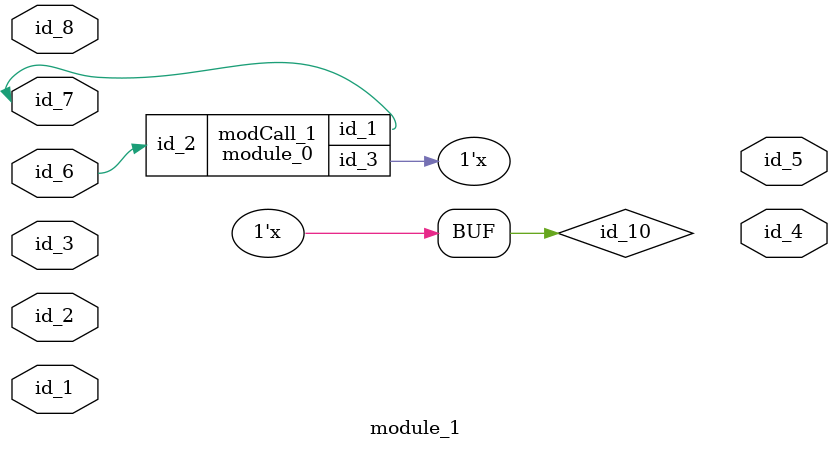
<source format=v>
module module_0 (
    id_1,
    id_2,
    id_3
);
  inout wire id_3;
  input wire id_2;
  inout wire id_1;
  assign id_1 = id_1;
endmodule
module module_1 (
    id_1,
    id_2,
    id_3,
    id_4,
    id_5,
    id_6,
    id_7,
    id_8
);
  inout wire id_8;
  inout wire id_7;
  inout wire id_6;
  output wire id_5;
  output wire id_4;
  inout wire id_3;
  inout wire id_2;
  inout wire id_1;
  wire id_9, id_10;
  module_0 modCall_1 (
      id_7,
      id_6,
      id_10
  );
  wire id_11 = id_9;
  assign id_10 = id_2[1];
endmodule

</source>
